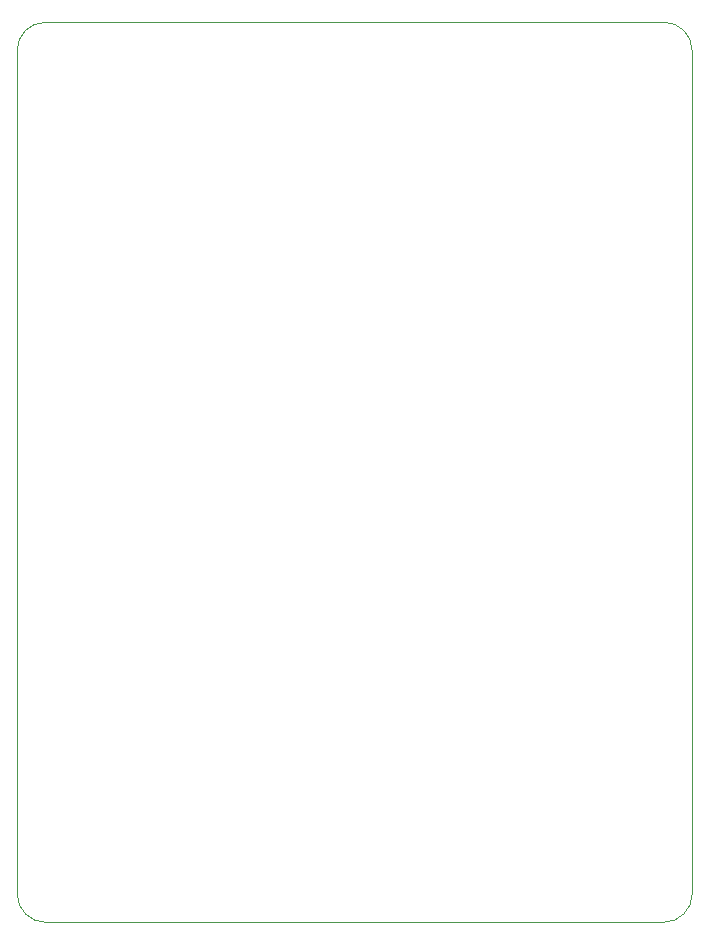
<source format=gm1>
G04 #@! TF.GenerationSoftware,KiCad,Pcbnew,5.1.4+dfsg1-1*
G04 #@! TF.CreationDate,2020-03-28T17:02:21+01:00*
G04 #@! TF.ProjectId,roni4x2split,726f6e69-3478-4327-9370-6c69742e6b69,rev?*
G04 #@! TF.SameCoordinates,Original*
G04 #@! TF.FileFunction,Profile,NP*
%FSLAX46Y46*%
G04 Gerber Fmt 4.6, Leading zero omitted, Abs format (unit mm)*
G04 Created by KiCad (PCBNEW 5.1.4+dfsg1-1) date 2020-03-28 17:02:21*
%MOMM*%
%LPD*%
G04 APERTURE LIST*
%ADD10C,0.050000*%
G04 APERTURE END LIST*
D10*
X90483000Y-86513300D02*
X90483000Y-15080300D01*
X92864100Y-88894400D02*
G75*
G02X90483000Y-86513300I0J2381100D01*
G01*
X147628200Y-15080300D02*
X147628200Y-86513300D01*
X90483000Y-15080300D02*
G75*
G02X92864100Y-12699200I2381100J0D01*
G01*
X147628200Y-86513300D02*
G75*
G02X145247100Y-88894400I-2381100J0D01*
G01*
X145247100Y-12699200D02*
G75*
G02X147628200Y-15080300I0J-2381100D01*
G01*
X92864100Y-12699200D02*
X145247100Y-12699200D01*
X145247100Y-88894400D02*
X92864100Y-88894400D01*
M02*

</source>
